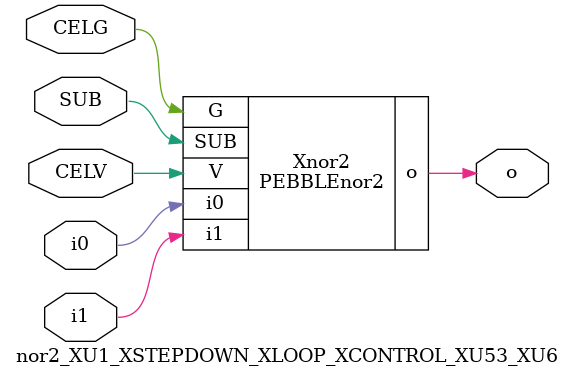
<source format=v>



module PEBBLEnor2 ( o, G, SUB, V, i0, i1 );

  input i0;
  input V;
  input i1;
  input G;
  output o;
  input SUB;
endmodule

//Celera Confidential Do Not Copy nor2_XU1_XSTEPDOWN_XLOOP_XCONTROL_XU53_XU6
//Celera Confidential Symbol Generator
//nor2
module nor2_XU1_XSTEPDOWN_XLOOP_XCONTROL_XU53_XU6 (CELV,CELG,i0,i1,o,SUB);
input CELV;
input CELG;
input i0;
input i1;
input SUB;
output o;

//Celera Confidential Do Not Copy nor2
PEBBLEnor2 Xnor2(
.V (CELV),
.i0 (i0),
.i1 (i1),
.o (o),
.SUB (SUB),
.G (CELG)
);
//,diesize,PEBBLEnor2

//Celera Confidential Do Not Copy Module End
//Celera Schematic Generator
endmodule

</source>
